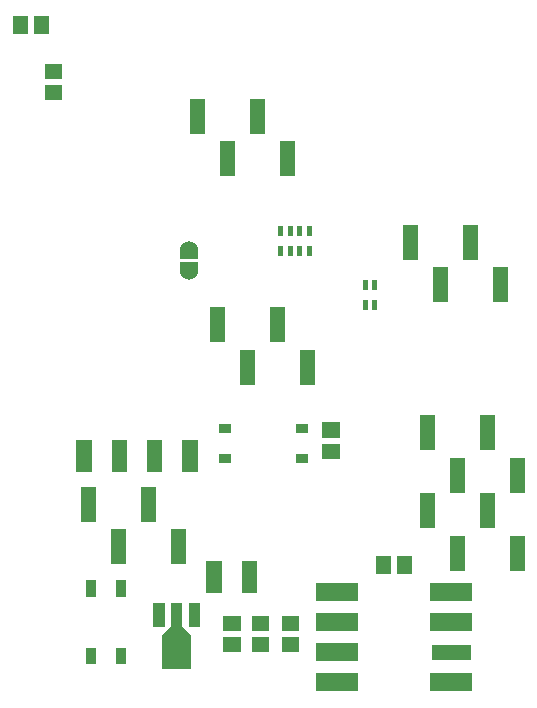
<source format=gbr>
G04 start of page 10 for group -4015 idx -4015 *
G04 Title: (unknown), toppaste *
G04 Creator: pcb 20140316 *
G04 CreationDate: Tue 01 Nov 2016 05:58:47 PM GMT UTC *
G04 For: ndholmes *
G04 Format: Gerber/RS-274X *
G04 PCB-Dimensions (mil): 2110.00 2710.00 *
G04 PCB-Coordinate-Origin: lower left *
%MOIN*%
%FSLAX25Y25*%
%LNTOPPASTE*%
%ADD100R,0.0167X0.0167*%
%ADD99R,0.0310X0.0310*%
%ADD98C,0.0001*%
%ADD97R,0.0945X0.0945*%
%ADD96R,0.0378X0.0378*%
%ADD95R,0.0300X0.0300*%
%ADD94C,0.0600*%
%ADD93R,0.0600X0.0600*%
%ADD92R,0.0500X0.0500*%
%ADD91R,0.0512X0.0512*%
G54D91*X55595Y115255D02*Y109745D01*
X67405Y115255D02*Y109745D01*
X43905Y115255D02*Y109745D01*
X32095Y115255D02*Y109745D01*
X90607Y56586D02*X91393D01*
X90607Y49500D02*X91393D01*
X139043Y76393D02*Y75607D01*
X131957Y76393D02*Y75607D01*
G54D92*X63514Y85426D02*Y78773D01*
X53514Y99599D02*Y92946D01*
X43514Y85426D02*Y78773D01*
X33514Y99599D02*Y92946D01*
X146500Y123413D02*Y116760D01*
X156500Y109240D02*Y102587D01*
X166500Y123413D02*Y116760D01*
X176500Y109240D02*Y102587D01*
X146500Y97413D02*Y90760D01*
X156500Y83240D02*Y76587D01*
X166500Y97413D02*Y90760D01*
X176500Y83240D02*Y76587D01*
G54D93*X112500Y67000D02*X120500D01*
X150500D02*X158500D01*
X112500Y57000D02*X120500D01*
X150500D02*X158500D01*
X112500Y47000D02*X120500D01*
G54D92*X150500D02*X158500D01*
G54D93*X112500Y37000D02*X120500D01*
X150500D02*X158500D01*
G54D91*X21607Y240543D02*X22393D01*
X21607Y233457D02*X22393D01*
X81107Y56543D02*X81893D01*
X81107Y49457D02*X81893D01*
G54D92*X141000Y186913D02*Y180260D01*
X151000Y172740D02*Y166087D01*
X161000Y186913D02*Y180260D01*
X171000Y172740D02*Y166087D01*
X70000Y228913D02*Y222260D01*
X80000Y214740D02*Y208087D01*
X90000Y228913D02*Y222260D01*
X100000Y214740D02*Y208087D01*
G54D94*X67000Y180900D03*
G54D95*X65500Y179400D02*X68500D01*
G54D94*X67000Y174100D03*
G54D95*X65500Y175600D02*X68500D01*
G54D96*X68906Y61405D02*Y57311D01*
X63000Y61405D02*Y49595D01*
G54D97*Y47861D02*Y45971D01*
G54D98*G36*
X64885Y55426D02*X67725Y52586D01*
X66305Y51166D01*
X63465Y54006D01*
X64885Y55426D01*
G37*
G36*
X58275Y52586D02*X61115Y55426D01*
X62535Y54006D01*
X59695Y51166D01*
X58275Y52586D01*
G37*
G54D96*X57094Y61405D02*Y57311D01*
G54D99*X104300Y111500D02*X105200D01*
X78800D02*X79700D01*
X104300Y121500D02*X105200D01*
X78800D02*X79700D01*
G54D92*X76500Y159413D02*Y152760D01*
X86500Y145240D02*Y138587D01*
X96500Y159413D02*Y152760D01*
X106500Y145240D02*Y138587D01*
G54D91*X100607Y56543D02*X101393D01*
X100607Y49457D02*X101393D01*
X10957Y256393D02*Y255607D01*
X18043Y256393D02*Y255607D01*
G54D99*X34500Y46950D02*Y44550D01*
X44500Y46950D02*Y44550D01*
Y69450D02*Y67050D01*
X34500Y69450D02*Y67050D01*
G54D100*X97776Y181587D02*Y179717D01*
X100925Y181587D02*Y179717D01*
X104075Y181587D02*Y179717D01*
X107224Y181587D02*Y179717D01*
Y188283D02*Y186413D01*
X104075Y188283D02*Y186413D01*
X100925Y188283D02*Y186413D01*
X97776Y188283D02*Y186413D01*
X129075Y170283D02*Y168413D01*
X125925Y170283D02*Y168413D01*
Y163587D02*Y161717D01*
X129075Y163587D02*Y161717D01*
G54D91*X114107Y121043D02*X114893D01*
X114107Y113957D02*X114893D01*
X75500Y74755D02*Y69245D01*
X87310Y74755D02*Y69245D01*
M02*

</source>
